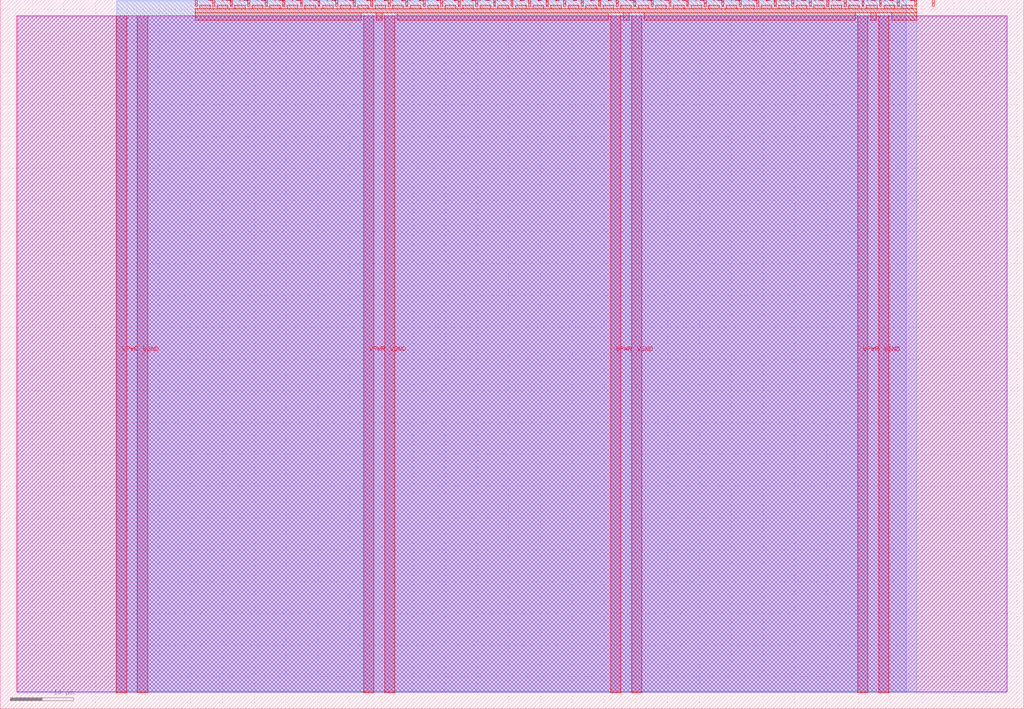
<source format=lef>
VERSION 5.7 ;
  NOWIREEXTENSIONATPIN ON ;
  DIVIDERCHAR "/" ;
  BUSBITCHARS "[]" ;
MACRO tt_um_user_module
  CLASS BLOCK ;
  FOREIGN tt_um_user_module ;
  ORIGIN 0.000 0.000 ;
  SIZE 161.000 BY 111.520 ;
  PIN VGND
    DIRECTION INOUT ;
    USE GROUND ;
    PORT
      LAYER met4 ;
        RECT 21.580 2.480 23.180 109.040 ;
    END
    PORT
      LAYER met4 ;
        RECT 60.450 2.480 62.050 109.040 ;
    END
    PORT
      LAYER met4 ;
        RECT 99.320 2.480 100.920 109.040 ;
    END
    PORT
      LAYER met4 ;
        RECT 138.190 2.480 139.790 109.040 ;
    END
  END VGND
  PIN VPWR
    DIRECTION INOUT ;
    USE POWER ;
    PORT
      LAYER met4 ;
        RECT 18.280 2.480 19.880 109.040 ;
    END
    PORT
      LAYER met4 ;
        RECT 57.150 2.480 58.750 109.040 ;
    END
    PORT
      LAYER met4 ;
        RECT 96.020 2.480 97.620 109.040 ;
    END
    PORT
      LAYER met4 ;
        RECT 134.890 2.480 136.490 109.040 ;
    END
  END VPWR
  PIN clk
    DIRECTION INPUT ;
    USE SIGNAL ;
    ANTENNAGATEAREA 0.852000 ;
    PORT
      LAYER met4 ;
        RECT 143.830 110.520 144.130 111.520 ;
    END
  END clk
  PIN ena
    DIRECTION INPUT ;
    USE SIGNAL ;
    PORT
      LAYER met4 ;
        RECT 146.590 110.520 146.890 111.520 ;
    END
  END ena
  PIN rst_n
    DIRECTION INPUT ;
    USE SIGNAL ;
    ANTENNAGATEAREA 0.196500 ;
    PORT
      LAYER met4 ;
        RECT 141.070 110.520 141.370 111.520 ;
    END
  END rst_n
  PIN ui_in[0]
    DIRECTION INPUT ;
    USE SIGNAL ;
    PORT
      LAYER met4 ;
        RECT 138.310 110.520 138.610 111.520 ;
    END
  END ui_in[0]
  PIN ui_in[1]
    DIRECTION INPUT ;
    USE SIGNAL ;
    PORT
      LAYER met4 ;
        RECT 135.550 110.520 135.850 111.520 ;
    END
  END ui_in[1]
  PIN ui_in[2]
    DIRECTION INPUT ;
    USE SIGNAL ;
    PORT
      LAYER met4 ;
        RECT 132.790 110.520 133.090 111.520 ;
    END
  END ui_in[2]
  PIN ui_in[3]
    DIRECTION INPUT ;
    USE SIGNAL ;
    PORT
      LAYER met4 ;
        RECT 130.030 110.520 130.330 111.520 ;
    END
  END ui_in[3]
  PIN ui_in[4]
    DIRECTION INPUT ;
    USE SIGNAL ;
    PORT
      LAYER met4 ;
        RECT 127.270 110.520 127.570 111.520 ;
    END
  END ui_in[4]
  PIN ui_in[5]
    DIRECTION INPUT ;
    USE SIGNAL ;
    PORT
      LAYER met4 ;
        RECT 124.510 110.520 124.810 111.520 ;
    END
  END ui_in[5]
  PIN ui_in[6]
    DIRECTION INPUT ;
    USE SIGNAL ;
    PORT
      LAYER met4 ;
        RECT 121.750 110.520 122.050 111.520 ;
    END
  END ui_in[6]
  PIN ui_in[7]
    DIRECTION INPUT ;
    USE SIGNAL ;
    PORT
      LAYER met4 ;
        RECT 118.990 110.520 119.290 111.520 ;
    END
  END ui_in[7]
  PIN uio_in[0]
    DIRECTION INPUT ;
    USE SIGNAL ;
    PORT
      LAYER met4 ;
        RECT 116.230 110.520 116.530 111.520 ;
    END
  END uio_in[0]
  PIN uio_in[1]
    DIRECTION INPUT ;
    USE SIGNAL ;
    PORT
      LAYER met4 ;
        RECT 113.470 110.520 113.770 111.520 ;
    END
  END uio_in[1]
  PIN uio_in[2]
    DIRECTION INPUT ;
    USE SIGNAL ;
    PORT
      LAYER met4 ;
        RECT 110.710 110.520 111.010 111.520 ;
    END
  END uio_in[2]
  PIN uio_in[3]
    DIRECTION INPUT ;
    USE SIGNAL ;
    PORT
      LAYER met4 ;
        RECT 107.950 110.520 108.250 111.520 ;
    END
  END uio_in[3]
  PIN uio_in[4]
    DIRECTION INPUT ;
    USE SIGNAL ;
    PORT
      LAYER met4 ;
        RECT 105.190 110.520 105.490 111.520 ;
    END
  END uio_in[4]
  PIN uio_in[5]
    DIRECTION INPUT ;
    USE SIGNAL ;
    PORT
      LAYER met4 ;
        RECT 102.430 110.520 102.730 111.520 ;
    END
  END uio_in[5]
  PIN uio_in[6]
    DIRECTION INPUT ;
    USE SIGNAL ;
    PORT
      LAYER met4 ;
        RECT 99.670 110.520 99.970 111.520 ;
    END
  END uio_in[6]
  PIN uio_in[7]
    DIRECTION INPUT ;
    USE SIGNAL ;
    PORT
      LAYER met4 ;
        RECT 96.910 110.520 97.210 111.520 ;
    END
  END uio_in[7]
  PIN uio_oe[0]
    DIRECTION OUTPUT ;
    USE SIGNAL ;
    PORT
      LAYER met4 ;
        RECT 49.990 110.520 50.290 111.520 ;
    END
  END uio_oe[0]
  PIN uio_oe[1]
    DIRECTION OUTPUT ;
    USE SIGNAL ;
    PORT
      LAYER met4 ;
        RECT 47.230 110.520 47.530 111.520 ;
    END
  END uio_oe[1]
  PIN uio_oe[2]
    DIRECTION OUTPUT ;
    USE SIGNAL ;
    PORT
      LAYER met4 ;
        RECT 44.470 110.520 44.770 111.520 ;
    END
  END uio_oe[2]
  PIN uio_oe[3]
    DIRECTION OUTPUT ;
    USE SIGNAL ;
    PORT
      LAYER met4 ;
        RECT 41.710 110.520 42.010 111.520 ;
    END
  END uio_oe[3]
  PIN uio_oe[4]
    DIRECTION OUTPUT ;
    USE SIGNAL ;
    PORT
      LAYER met4 ;
        RECT 38.950 110.520 39.250 111.520 ;
    END
  END uio_oe[4]
  PIN uio_oe[5]
    DIRECTION OUTPUT ;
    USE SIGNAL ;
    PORT
      LAYER met4 ;
        RECT 36.190 110.520 36.490 111.520 ;
    END
  END uio_oe[5]
  PIN uio_oe[6]
    DIRECTION OUTPUT ;
    USE SIGNAL ;
    PORT
      LAYER met4 ;
        RECT 33.430 110.520 33.730 111.520 ;
    END
  END uio_oe[6]
  PIN uio_oe[7]
    DIRECTION OUTPUT ;
    USE SIGNAL ;
    PORT
      LAYER met4 ;
        RECT 30.670 110.520 30.970 111.520 ;
    END
  END uio_oe[7]
  PIN uio_out[0]
    DIRECTION OUTPUT ;
    USE SIGNAL ;
    PORT
      LAYER met4 ;
        RECT 72.070 110.520 72.370 111.520 ;
    END
  END uio_out[0]
  PIN uio_out[1]
    DIRECTION OUTPUT ;
    USE SIGNAL ;
    PORT
      LAYER met4 ;
        RECT 69.310 110.520 69.610 111.520 ;
    END
  END uio_out[1]
  PIN uio_out[2]
    DIRECTION OUTPUT ;
    USE SIGNAL ;
    PORT
      LAYER met4 ;
        RECT 66.550 110.520 66.850 111.520 ;
    END
  END uio_out[2]
  PIN uio_out[3]
    DIRECTION OUTPUT ;
    USE SIGNAL ;
    PORT
      LAYER met4 ;
        RECT 63.790 110.520 64.090 111.520 ;
    END
  END uio_out[3]
  PIN uio_out[4]
    DIRECTION OUTPUT ;
    USE SIGNAL ;
    PORT
      LAYER met4 ;
        RECT 61.030 110.520 61.330 111.520 ;
    END
  END uio_out[4]
  PIN uio_out[5]
    DIRECTION OUTPUT ;
    USE SIGNAL ;
    PORT
      LAYER met4 ;
        RECT 58.270 110.520 58.570 111.520 ;
    END
  END uio_out[5]
  PIN uio_out[6]
    DIRECTION OUTPUT ;
    USE SIGNAL ;
    PORT
      LAYER met4 ;
        RECT 55.510 110.520 55.810 111.520 ;
    END
  END uio_out[6]
  PIN uio_out[7]
    DIRECTION OUTPUT ;
    USE SIGNAL ;
    PORT
      LAYER met4 ;
        RECT 52.750 110.520 53.050 111.520 ;
    END
  END uio_out[7]
  PIN uo_out[0]
    DIRECTION OUTPUT ;
    USE SIGNAL ;
    PORT
      LAYER met4 ;
        RECT 94.150 110.520 94.450 111.520 ;
    END
  END uo_out[0]
  PIN uo_out[1]
    DIRECTION OUTPUT ;
    USE SIGNAL ;
    PORT
      LAYER met4 ;
        RECT 91.390 110.520 91.690 111.520 ;
    END
  END uo_out[1]
  PIN uo_out[2]
    DIRECTION OUTPUT ;
    USE SIGNAL ;
    PORT
      LAYER met4 ;
        RECT 88.630 110.520 88.930 111.520 ;
    END
  END uo_out[2]
  PIN uo_out[3]
    DIRECTION OUTPUT ;
    USE SIGNAL ;
    PORT
      LAYER met4 ;
        RECT 85.870 110.520 86.170 111.520 ;
    END
  END uo_out[3]
  PIN uo_out[4]
    DIRECTION OUTPUT ;
    USE SIGNAL ;
    PORT
      LAYER met4 ;
        RECT 83.110 110.520 83.410 111.520 ;
    END
  END uo_out[4]
  PIN uo_out[5]
    DIRECTION OUTPUT ;
    USE SIGNAL ;
    PORT
      LAYER met4 ;
        RECT 80.350 110.520 80.650 111.520 ;
    END
  END uo_out[5]
  PIN uo_out[6]
    DIRECTION OUTPUT ;
    USE SIGNAL ;
    PORT
      LAYER met4 ;
        RECT 77.590 110.520 77.890 111.520 ;
    END
  END uo_out[6]
  PIN uo_out[7]
    DIRECTION OUTPUT ;
    USE SIGNAL ;
    ANTENNADIFFAREA 0.643500 ;
    PORT
      LAYER met4 ;
        RECT 74.830 110.520 75.130 111.520 ;
    END
  END uo_out[7]
  OBS
      LAYER nwell ;
        RECT 2.570 2.635 158.430 108.990 ;
      LAYER li1 ;
        RECT 2.760 2.635 158.240 108.885 ;
      LAYER met1 ;
        RECT 2.760 2.480 158.240 109.040 ;
      LAYER met2 ;
        RECT 18.310 2.535 142.510 111.365 ;
      LAYER met3 ;
        RECT 18.290 2.555 144.170 111.345 ;
      LAYER met4 ;
        RECT 31.370 110.120 33.030 110.665 ;
        RECT 34.130 110.120 35.790 110.665 ;
        RECT 36.890 110.120 38.550 110.665 ;
        RECT 39.650 110.120 41.310 110.665 ;
        RECT 42.410 110.120 44.070 110.665 ;
        RECT 45.170 110.120 46.830 110.665 ;
        RECT 47.930 110.120 49.590 110.665 ;
        RECT 50.690 110.120 52.350 110.665 ;
        RECT 53.450 110.120 55.110 110.665 ;
        RECT 56.210 110.120 57.870 110.665 ;
        RECT 58.970 110.120 60.630 110.665 ;
        RECT 61.730 110.120 63.390 110.665 ;
        RECT 64.490 110.120 66.150 110.665 ;
        RECT 67.250 110.120 68.910 110.665 ;
        RECT 70.010 110.120 71.670 110.665 ;
        RECT 72.770 110.120 74.430 110.665 ;
        RECT 75.530 110.120 77.190 110.665 ;
        RECT 78.290 110.120 79.950 110.665 ;
        RECT 81.050 110.120 82.710 110.665 ;
        RECT 83.810 110.120 85.470 110.665 ;
        RECT 86.570 110.120 88.230 110.665 ;
        RECT 89.330 110.120 90.990 110.665 ;
        RECT 92.090 110.120 93.750 110.665 ;
        RECT 94.850 110.120 96.510 110.665 ;
        RECT 97.610 110.120 99.270 110.665 ;
        RECT 100.370 110.120 102.030 110.665 ;
        RECT 103.130 110.120 104.790 110.665 ;
        RECT 105.890 110.120 107.550 110.665 ;
        RECT 108.650 110.120 110.310 110.665 ;
        RECT 111.410 110.120 113.070 110.665 ;
        RECT 114.170 110.120 115.830 110.665 ;
        RECT 116.930 110.120 118.590 110.665 ;
        RECT 119.690 110.120 121.350 110.665 ;
        RECT 122.450 110.120 124.110 110.665 ;
        RECT 125.210 110.120 126.870 110.665 ;
        RECT 127.970 110.120 129.630 110.665 ;
        RECT 130.730 110.120 132.390 110.665 ;
        RECT 133.490 110.120 135.150 110.665 ;
        RECT 136.250 110.120 137.910 110.665 ;
        RECT 139.010 110.120 140.670 110.665 ;
        RECT 141.770 110.120 143.430 110.665 ;
        RECT 30.655 109.440 144.145 110.120 ;
        RECT 30.655 108.295 56.750 109.440 ;
        RECT 59.150 108.295 60.050 109.440 ;
        RECT 62.450 108.295 95.620 109.440 ;
        RECT 98.020 108.295 98.920 109.440 ;
        RECT 101.320 108.295 134.490 109.440 ;
        RECT 136.890 108.295 137.790 109.440 ;
        RECT 140.190 108.295 144.145 109.440 ;
  END
END tt_um_user_module
END LIBRARY


</source>
